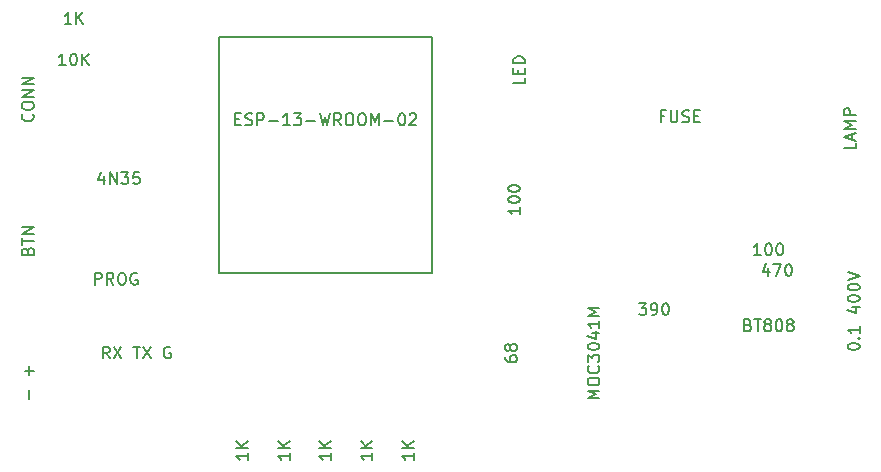
<source format=gbr>
G04 #@! TF.FileFunction,Other,Fab,Top*
%FSLAX46Y46*%
G04 Gerber Fmt 4.6, Leading zero omitted, Abs format (unit mm)*
G04 Created by KiCad (PCBNEW 4.0.0-rc1-stable) date 12/10/2015 23:54:29*
%MOMM*%
G01*
G04 APERTURE LIST*
%ADD10C,0.100000*%
%ADD11C,0.152400*%
%ADD12C,0.150000*%
G04 APERTURE END LIST*
D10*
D11*
X131500000Y-57250000D02*
X131500000Y-77250000D01*
X113500000Y-77250000D02*
X131500000Y-77250000D01*
X113500000Y-77250000D02*
X113500000Y-57250000D01*
X113500000Y-57250000D02*
X131500000Y-57250000D01*
D12*
X139352381Y-60692857D02*
X139352381Y-61169048D01*
X138352381Y-61169048D01*
X138828571Y-60359524D02*
X138828571Y-60026190D01*
X139352381Y-59883333D02*
X139352381Y-60359524D01*
X138352381Y-60359524D01*
X138352381Y-59883333D01*
X139352381Y-59454762D02*
X138352381Y-59454762D01*
X138352381Y-59216667D01*
X138400000Y-59073809D01*
X138495238Y-58978571D01*
X138590476Y-58930952D01*
X138780952Y-58883333D01*
X138923810Y-58883333D01*
X139114286Y-58930952D01*
X139209524Y-58978571D01*
X139304762Y-59073809D01*
X139352381Y-59216667D01*
X139352381Y-59454762D01*
X159333334Y-75702381D02*
X158761905Y-75702381D01*
X159047619Y-75702381D02*
X159047619Y-74702381D01*
X158952381Y-74845238D01*
X158857143Y-74940476D01*
X158761905Y-74988095D01*
X159952381Y-74702381D02*
X160047620Y-74702381D01*
X160142858Y-74750000D01*
X160190477Y-74797619D01*
X160238096Y-74892857D01*
X160285715Y-75083333D01*
X160285715Y-75321429D01*
X160238096Y-75511905D01*
X160190477Y-75607143D01*
X160142858Y-75654762D01*
X160047620Y-75702381D01*
X159952381Y-75702381D01*
X159857143Y-75654762D01*
X159809524Y-75607143D01*
X159761905Y-75511905D01*
X159714286Y-75321429D01*
X159714286Y-75083333D01*
X159761905Y-74892857D01*
X159809524Y-74797619D01*
X159857143Y-74750000D01*
X159952381Y-74702381D01*
X160904762Y-74702381D02*
X161000001Y-74702381D01*
X161095239Y-74750000D01*
X161142858Y-74797619D01*
X161190477Y-74892857D01*
X161238096Y-75083333D01*
X161238096Y-75321429D01*
X161190477Y-75511905D01*
X161142858Y-75607143D01*
X161095239Y-75654762D01*
X161000001Y-75702381D01*
X160904762Y-75702381D01*
X160809524Y-75654762D01*
X160761905Y-75607143D01*
X160714286Y-75511905D01*
X160666667Y-75321429D01*
X160666667Y-75083333D01*
X160714286Y-74892857D01*
X160761905Y-74797619D01*
X160809524Y-74750000D01*
X160904762Y-74702381D01*
X158261905Y-81618571D02*
X158404762Y-81666190D01*
X158452381Y-81713810D01*
X158500000Y-81809048D01*
X158500000Y-81951905D01*
X158452381Y-82047143D01*
X158404762Y-82094762D01*
X158309524Y-82142381D01*
X157928571Y-82142381D01*
X157928571Y-81142381D01*
X158261905Y-81142381D01*
X158357143Y-81190000D01*
X158404762Y-81237619D01*
X158452381Y-81332857D01*
X158452381Y-81428095D01*
X158404762Y-81523333D01*
X158357143Y-81570952D01*
X158261905Y-81618571D01*
X157928571Y-81618571D01*
X158785714Y-81142381D02*
X159357143Y-81142381D01*
X159071428Y-82142381D02*
X159071428Y-81142381D01*
X159833333Y-81570952D02*
X159738095Y-81523333D01*
X159690476Y-81475714D01*
X159642857Y-81380476D01*
X159642857Y-81332857D01*
X159690476Y-81237619D01*
X159738095Y-81190000D01*
X159833333Y-81142381D01*
X160023810Y-81142381D01*
X160119048Y-81190000D01*
X160166667Y-81237619D01*
X160214286Y-81332857D01*
X160214286Y-81380476D01*
X160166667Y-81475714D01*
X160119048Y-81523333D01*
X160023810Y-81570952D01*
X159833333Y-81570952D01*
X159738095Y-81618571D01*
X159690476Y-81666190D01*
X159642857Y-81761429D01*
X159642857Y-81951905D01*
X159690476Y-82047143D01*
X159738095Y-82094762D01*
X159833333Y-82142381D01*
X160023810Y-82142381D01*
X160119048Y-82094762D01*
X160166667Y-82047143D01*
X160214286Y-81951905D01*
X160214286Y-81761429D01*
X160166667Y-81666190D01*
X160119048Y-81618571D01*
X160023810Y-81570952D01*
X160833333Y-81142381D02*
X160928572Y-81142381D01*
X161023810Y-81190000D01*
X161071429Y-81237619D01*
X161119048Y-81332857D01*
X161166667Y-81523333D01*
X161166667Y-81761429D01*
X161119048Y-81951905D01*
X161071429Y-82047143D01*
X161023810Y-82094762D01*
X160928572Y-82142381D01*
X160833333Y-82142381D01*
X160738095Y-82094762D01*
X160690476Y-82047143D01*
X160642857Y-81951905D01*
X160595238Y-81761429D01*
X160595238Y-81523333D01*
X160642857Y-81332857D01*
X160690476Y-81237619D01*
X160738095Y-81190000D01*
X160833333Y-81142381D01*
X161738095Y-81570952D02*
X161642857Y-81523333D01*
X161595238Y-81475714D01*
X161547619Y-81380476D01*
X161547619Y-81332857D01*
X161595238Y-81237619D01*
X161642857Y-81190000D01*
X161738095Y-81142381D01*
X161928572Y-81142381D01*
X162023810Y-81190000D01*
X162071429Y-81237619D01*
X162119048Y-81332857D01*
X162119048Y-81380476D01*
X162071429Y-81475714D01*
X162023810Y-81523333D01*
X161928572Y-81570952D01*
X161738095Y-81570952D01*
X161642857Y-81618571D01*
X161595238Y-81666190D01*
X161547619Y-81761429D01*
X161547619Y-81951905D01*
X161595238Y-82047143D01*
X161642857Y-82094762D01*
X161738095Y-82142381D01*
X161928572Y-82142381D01*
X162023810Y-82094762D01*
X162071429Y-82047143D01*
X162119048Y-81951905D01*
X162119048Y-81761429D01*
X162071429Y-81666190D01*
X162023810Y-81618571D01*
X161928572Y-81570952D01*
X100975715Y-56142381D02*
X100404286Y-56142381D01*
X100690000Y-56142381D02*
X100690000Y-55142381D01*
X100594762Y-55285238D01*
X100499524Y-55380476D01*
X100404286Y-55428095D01*
X101404286Y-56142381D02*
X101404286Y-55142381D01*
X101975715Y-56142381D02*
X101547143Y-55570952D01*
X101975715Y-55142381D02*
X101404286Y-55713810D01*
X100499524Y-59642381D02*
X99928095Y-59642381D01*
X100213809Y-59642381D02*
X100213809Y-58642381D01*
X100118571Y-58785238D01*
X100023333Y-58880476D01*
X99928095Y-58928095D01*
X101118571Y-58642381D02*
X101213810Y-58642381D01*
X101309048Y-58690000D01*
X101356667Y-58737619D01*
X101404286Y-58832857D01*
X101451905Y-59023333D01*
X101451905Y-59261429D01*
X101404286Y-59451905D01*
X101356667Y-59547143D01*
X101309048Y-59594762D01*
X101213810Y-59642381D01*
X101118571Y-59642381D01*
X101023333Y-59594762D01*
X100975714Y-59547143D01*
X100928095Y-59451905D01*
X100880476Y-59261429D01*
X100880476Y-59023333D01*
X100928095Y-58832857D01*
X100975714Y-58737619D01*
X101023333Y-58690000D01*
X101118571Y-58642381D01*
X101880476Y-59642381D02*
X101880476Y-58642381D01*
X102451905Y-59642381D02*
X102023333Y-59070952D01*
X102451905Y-58642381D02*
X101880476Y-59213810D01*
X138952381Y-71666666D02*
X138952381Y-72238095D01*
X138952381Y-71952381D02*
X137952381Y-71952381D01*
X138095238Y-72047619D01*
X138190476Y-72142857D01*
X138238095Y-72238095D01*
X137952381Y-71047619D02*
X137952381Y-70952380D01*
X138000000Y-70857142D01*
X138047619Y-70809523D01*
X138142857Y-70761904D01*
X138333333Y-70714285D01*
X138571429Y-70714285D01*
X138761905Y-70761904D01*
X138857143Y-70809523D01*
X138904762Y-70857142D01*
X138952381Y-70952380D01*
X138952381Y-71047619D01*
X138904762Y-71142857D01*
X138857143Y-71190476D01*
X138761905Y-71238095D01*
X138571429Y-71285714D01*
X138333333Y-71285714D01*
X138142857Y-71238095D01*
X138047619Y-71190476D01*
X138000000Y-71142857D01*
X137952381Y-71047619D01*
X137952381Y-70095238D02*
X137952381Y-69999999D01*
X138000000Y-69904761D01*
X138047619Y-69857142D01*
X138142857Y-69809523D01*
X138333333Y-69761904D01*
X138571429Y-69761904D01*
X138761905Y-69809523D01*
X138857143Y-69857142D01*
X138904762Y-69904761D01*
X138952381Y-69999999D01*
X138952381Y-70095238D01*
X138904762Y-70190476D01*
X138857143Y-70238095D01*
X138761905Y-70285714D01*
X138571429Y-70333333D01*
X138333333Y-70333333D01*
X138142857Y-70285714D01*
X138047619Y-70238095D01*
X138000000Y-70190476D01*
X137952381Y-70095238D01*
X137702381Y-84285714D02*
X137702381Y-84476191D01*
X137750000Y-84571429D01*
X137797619Y-84619048D01*
X137940476Y-84714286D01*
X138130952Y-84761905D01*
X138511905Y-84761905D01*
X138607143Y-84714286D01*
X138654762Y-84666667D01*
X138702381Y-84571429D01*
X138702381Y-84380952D01*
X138654762Y-84285714D01*
X138607143Y-84238095D01*
X138511905Y-84190476D01*
X138273810Y-84190476D01*
X138178571Y-84238095D01*
X138130952Y-84285714D01*
X138083333Y-84380952D01*
X138083333Y-84571429D01*
X138130952Y-84666667D01*
X138178571Y-84714286D01*
X138273810Y-84761905D01*
X138130952Y-83619048D02*
X138083333Y-83714286D01*
X138035714Y-83761905D01*
X137940476Y-83809524D01*
X137892857Y-83809524D01*
X137797619Y-83761905D01*
X137750000Y-83714286D01*
X137702381Y-83619048D01*
X137702381Y-83428571D01*
X137750000Y-83333333D01*
X137797619Y-83285714D01*
X137892857Y-83238095D01*
X137940476Y-83238095D01*
X138035714Y-83285714D01*
X138083333Y-83333333D01*
X138130952Y-83428571D01*
X138130952Y-83619048D01*
X138178571Y-83714286D01*
X138226190Y-83761905D01*
X138321429Y-83809524D01*
X138511905Y-83809524D01*
X138607143Y-83761905D01*
X138654762Y-83714286D01*
X138702381Y-83619048D01*
X138702381Y-83428571D01*
X138654762Y-83333333D01*
X138607143Y-83285714D01*
X138511905Y-83238095D01*
X138321429Y-83238095D01*
X138226190Y-83285714D01*
X138178571Y-83333333D01*
X138130952Y-83428571D01*
X149024286Y-79762381D02*
X149643334Y-79762381D01*
X149310000Y-80143333D01*
X149452858Y-80143333D01*
X149548096Y-80190952D01*
X149595715Y-80238571D01*
X149643334Y-80333810D01*
X149643334Y-80571905D01*
X149595715Y-80667143D01*
X149548096Y-80714762D01*
X149452858Y-80762381D01*
X149167143Y-80762381D01*
X149071905Y-80714762D01*
X149024286Y-80667143D01*
X150119524Y-80762381D02*
X150310000Y-80762381D01*
X150405239Y-80714762D01*
X150452858Y-80667143D01*
X150548096Y-80524286D01*
X150595715Y-80333810D01*
X150595715Y-79952857D01*
X150548096Y-79857619D01*
X150500477Y-79810000D01*
X150405239Y-79762381D01*
X150214762Y-79762381D01*
X150119524Y-79810000D01*
X150071905Y-79857619D01*
X150024286Y-79952857D01*
X150024286Y-80190952D01*
X150071905Y-80286190D01*
X150119524Y-80333810D01*
X150214762Y-80381429D01*
X150405239Y-80381429D01*
X150500477Y-80333810D01*
X150548096Y-80286190D01*
X150595715Y-80190952D01*
X151214762Y-79762381D02*
X151310001Y-79762381D01*
X151405239Y-79810000D01*
X151452858Y-79857619D01*
X151500477Y-79952857D01*
X151548096Y-80143333D01*
X151548096Y-80381429D01*
X151500477Y-80571905D01*
X151452858Y-80667143D01*
X151405239Y-80714762D01*
X151310001Y-80762381D01*
X151214762Y-80762381D01*
X151119524Y-80714762D01*
X151071905Y-80667143D01*
X151024286Y-80571905D01*
X150976667Y-80381429D01*
X150976667Y-80143333D01*
X151024286Y-79952857D01*
X151071905Y-79857619D01*
X151119524Y-79810000D01*
X151214762Y-79762381D01*
X159988096Y-76785714D02*
X159988096Y-77452381D01*
X159750000Y-76404762D02*
X159511905Y-77119048D01*
X160130953Y-77119048D01*
X160416667Y-76452381D02*
X161083334Y-76452381D01*
X160654762Y-77452381D01*
X161654762Y-76452381D02*
X161750001Y-76452381D01*
X161845239Y-76500000D01*
X161892858Y-76547619D01*
X161940477Y-76642857D01*
X161988096Y-76833333D01*
X161988096Y-77071429D01*
X161940477Y-77261905D01*
X161892858Y-77357143D01*
X161845239Y-77404762D01*
X161750001Y-77452381D01*
X161654762Y-77452381D01*
X161559524Y-77404762D01*
X161511905Y-77357143D01*
X161464286Y-77261905D01*
X161416667Y-77071429D01*
X161416667Y-76833333D01*
X161464286Y-76642857D01*
X161511905Y-76547619D01*
X161559524Y-76500000D01*
X161654762Y-76452381D01*
X103714286Y-69015714D02*
X103714286Y-69682381D01*
X103476190Y-68634762D02*
X103238095Y-69349048D01*
X103857143Y-69349048D01*
X104238095Y-69682381D02*
X104238095Y-68682381D01*
X104809524Y-69682381D01*
X104809524Y-68682381D01*
X105190476Y-68682381D02*
X105809524Y-68682381D01*
X105476190Y-69063333D01*
X105619048Y-69063333D01*
X105714286Y-69110952D01*
X105761905Y-69158571D01*
X105809524Y-69253810D01*
X105809524Y-69491905D01*
X105761905Y-69587143D01*
X105714286Y-69634762D01*
X105619048Y-69682381D01*
X105333333Y-69682381D01*
X105238095Y-69634762D01*
X105190476Y-69587143D01*
X106714286Y-68682381D02*
X106238095Y-68682381D01*
X106190476Y-69158571D01*
X106238095Y-69110952D01*
X106333333Y-69063333D01*
X106571429Y-69063333D01*
X106666667Y-69110952D01*
X106714286Y-69158571D01*
X106761905Y-69253810D01*
X106761905Y-69491905D01*
X106714286Y-69587143D01*
X106666667Y-69634762D01*
X106571429Y-69682381D01*
X106333333Y-69682381D01*
X106238095Y-69634762D01*
X106190476Y-69587143D01*
X145682381Y-87833333D02*
X144682381Y-87833333D01*
X145396667Y-87499999D01*
X144682381Y-87166666D01*
X145682381Y-87166666D01*
X144682381Y-86500000D02*
X144682381Y-86309523D01*
X144730000Y-86214285D01*
X144825238Y-86119047D01*
X145015714Y-86071428D01*
X145349048Y-86071428D01*
X145539524Y-86119047D01*
X145634762Y-86214285D01*
X145682381Y-86309523D01*
X145682381Y-86500000D01*
X145634762Y-86595238D01*
X145539524Y-86690476D01*
X145349048Y-86738095D01*
X145015714Y-86738095D01*
X144825238Y-86690476D01*
X144730000Y-86595238D01*
X144682381Y-86500000D01*
X145587143Y-85071428D02*
X145634762Y-85119047D01*
X145682381Y-85261904D01*
X145682381Y-85357142D01*
X145634762Y-85500000D01*
X145539524Y-85595238D01*
X145444286Y-85642857D01*
X145253810Y-85690476D01*
X145110952Y-85690476D01*
X144920476Y-85642857D01*
X144825238Y-85595238D01*
X144730000Y-85500000D01*
X144682381Y-85357142D01*
X144682381Y-85261904D01*
X144730000Y-85119047D01*
X144777619Y-85071428D01*
X144682381Y-84738095D02*
X144682381Y-84119047D01*
X145063333Y-84452381D01*
X145063333Y-84309523D01*
X145110952Y-84214285D01*
X145158571Y-84166666D01*
X145253810Y-84119047D01*
X145491905Y-84119047D01*
X145587143Y-84166666D01*
X145634762Y-84214285D01*
X145682381Y-84309523D01*
X145682381Y-84595238D01*
X145634762Y-84690476D01*
X145587143Y-84738095D01*
X144682381Y-83500000D02*
X144682381Y-83404761D01*
X144730000Y-83309523D01*
X144777619Y-83261904D01*
X144872857Y-83214285D01*
X145063333Y-83166666D01*
X145301429Y-83166666D01*
X145491905Y-83214285D01*
X145587143Y-83261904D01*
X145634762Y-83309523D01*
X145682381Y-83404761D01*
X145682381Y-83500000D01*
X145634762Y-83595238D01*
X145587143Y-83642857D01*
X145491905Y-83690476D01*
X145301429Y-83738095D01*
X145063333Y-83738095D01*
X144872857Y-83690476D01*
X144777619Y-83642857D01*
X144730000Y-83595238D01*
X144682381Y-83500000D01*
X145015714Y-82309523D02*
X145682381Y-82309523D01*
X144634762Y-82547619D02*
X145349048Y-82785714D01*
X145349048Y-82166666D01*
X145682381Y-81261904D02*
X145682381Y-81833333D01*
X145682381Y-81547619D02*
X144682381Y-81547619D01*
X144825238Y-81642857D01*
X144920476Y-81738095D01*
X144968095Y-81833333D01*
X145682381Y-80833333D02*
X144682381Y-80833333D01*
X145396667Y-80499999D01*
X144682381Y-80166666D01*
X145682381Y-80166666D01*
X166702381Y-83500000D02*
X166702381Y-83404761D01*
X166750000Y-83309523D01*
X166797619Y-83261904D01*
X166892857Y-83214285D01*
X167083333Y-83166666D01*
X167321429Y-83166666D01*
X167511905Y-83214285D01*
X167607143Y-83261904D01*
X167654762Y-83309523D01*
X167702381Y-83404761D01*
X167702381Y-83500000D01*
X167654762Y-83595238D01*
X167607143Y-83642857D01*
X167511905Y-83690476D01*
X167321429Y-83738095D01*
X167083333Y-83738095D01*
X166892857Y-83690476D01*
X166797619Y-83642857D01*
X166750000Y-83595238D01*
X166702381Y-83500000D01*
X167607143Y-82738095D02*
X167654762Y-82690476D01*
X167702381Y-82738095D01*
X167654762Y-82785714D01*
X167607143Y-82738095D01*
X167702381Y-82738095D01*
X167702381Y-81738095D02*
X167702381Y-82309524D01*
X167702381Y-82023810D02*
X166702381Y-82023810D01*
X166845238Y-82119048D01*
X166940476Y-82214286D01*
X166988095Y-82309524D01*
X167035714Y-80119047D02*
X167702381Y-80119047D01*
X166654762Y-80357143D02*
X167369048Y-80595238D01*
X167369048Y-79976190D01*
X166702381Y-79404762D02*
X166702381Y-79309523D01*
X166750000Y-79214285D01*
X166797619Y-79166666D01*
X166892857Y-79119047D01*
X167083333Y-79071428D01*
X167321429Y-79071428D01*
X167511905Y-79119047D01*
X167607143Y-79166666D01*
X167654762Y-79214285D01*
X167702381Y-79309523D01*
X167702381Y-79404762D01*
X167654762Y-79500000D01*
X167607143Y-79547619D01*
X167511905Y-79595238D01*
X167321429Y-79642857D01*
X167083333Y-79642857D01*
X166892857Y-79595238D01*
X166797619Y-79547619D01*
X166750000Y-79500000D01*
X166702381Y-79404762D01*
X166702381Y-78452381D02*
X166702381Y-78357142D01*
X166750000Y-78261904D01*
X166797619Y-78214285D01*
X166892857Y-78166666D01*
X167083333Y-78119047D01*
X167321429Y-78119047D01*
X167511905Y-78166666D01*
X167607143Y-78214285D01*
X167654762Y-78261904D01*
X167702381Y-78357142D01*
X167702381Y-78452381D01*
X167654762Y-78547619D01*
X167607143Y-78595238D01*
X167511905Y-78642857D01*
X167321429Y-78690476D01*
X167083333Y-78690476D01*
X166892857Y-78642857D01*
X166797619Y-78595238D01*
X166750000Y-78547619D01*
X166702381Y-78452381D01*
X166702381Y-77833333D02*
X167702381Y-77500000D01*
X166702381Y-77166666D01*
X151190477Y-63928571D02*
X150857143Y-63928571D01*
X150857143Y-64452381D02*
X150857143Y-63452381D01*
X151333334Y-63452381D01*
X151714286Y-63452381D02*
X151714286Y-64261905D01*
X151761905Y-64357143D01*
X151809524Y-64404762D01*
X151904762Y-64452381D01*
X152095239Y-64452381D01*
X152190477Y-64404762D01*
X152238096Y-64357143D01*
X152285715Y-64261905D01*
X152285715Y-63452381D01*
X152714286Y-64404762D02*
X152857143Y-64452381D01*
X153095239Y-64452381D01*
X153190477Y-64404762D01*
X153238096Y-64357143D01*
X153285715Y-64261905D01*
X153285715Y-64166667D01*
X153238096Y-64071429D01*
X153190477Y-64023810D01*
X153095239Y-63976190D01*
X152904762Y-63928571D01*
X152809524Y-63880952D01*
X152761905Y-63833333D01*
X152714286Y-63738095D01*
X152714286Y-63642857D01*
X152761905Y-63547619D01*
X152809524Y-63500000D01*
X152904762Y-63452381D01*
X153142858Y-63452381D01*
X153285715Y-63500000D01*
X153714286Y-63928571D02*
X154047620Y-63928571D01*
X154190477Y-64452381D02*
X153714286Y-64452381D01*
X153714286Y-63452381D01*
X154190477Y-63452381D01*
X97258571Y-75333333D02*
X97306190Y-75190476D01*
X97353810Y-75142857D01*
X97449048Y-75095238D01*
X97591905Y-75095238D01*
X97687143Y-75142857D01*
X97734762Y-75190476D01*
X97782381Y-75285714D01*
X97782381Y-75666667D01*
X96782381Y-75666667D01*
X96782381Y-75333333D01*
X96830000Y-75238095D01*
X96877619Y-75190476D01*
X96972857Y-75142857D01*
X97068095Y-75142857D01*
X97163333Y-75190476D01*
X97210952Y-75238095D01*
X97258571Y-75333333D01*
X97258571Y-75666667D01*
X96782381Y-74809524D02*
X96782381Y-74238095D01*
X97782381Y-74523810D02*
X96782381Y-74523810D01*
X97782381Y-73904762D02*
X96782381Y-73904762D01*
X97782381Y-73333333D01*
X96782381Y-73333333D01*
X97401429Y-87880952D02*
X97401429Y-87119047D01*
X97401429Y-85880952D02*
X97401429Y-85119047D01*
X97782381Y-85499999D02*
X97020476Y-85499999D01*
X167372381Y-66190476D02*
X167372381Y-66666667D01*
X166372381Y-66666667D01*
X167086667Y-65904762D02*
X167086667Y-65428571D01*
X167372381Y-66000000D02*
X166372381Y-65666667D01*
X167372381Y-65333333D01*
X167372381Y-65000000D02*
X166372381Y-65000000D01*
X167086667Y-64666666D01*
X166372381Y-64333333D01*
X167372381Y-64333333D01*
X167372381Y-63857143D02*
X166372381Y-63857143D01*
X166372381Y-63476190D01*
X166420000Y-63380952D01*
X166467619Y-63333333D01*
X166562857Y-63285714D01*
X166705714Y-63285714D01*
X166800952Y-63333333D01*
X166848571Y-63380952D01*
X166896190Y-63476190D01*
X166896190Y-63857143D01*
X122952381Y-92464285D02*
X122952381Y-93035714D01*
X122952381Y-92750000D02*
X121952381Y-92750000D01*
X122095238Y-92845238D01*
X122190476Y-92940476D01*
X122238095Y-93035714D01*
X122952381Y-92035714D02*
X121952381Y-92035714D01*
X122952381Y-91464285D02*
X122380952Y-91892857D01*
X121952381Y-91464285D02*
X122523810Y-92035714D01*
X119452381Y-92464285D02*
X119452381Y-93035714D01*
X119452381Y-92750000D02*
X118452381Y-92750000D01*
X118595238Y-92845238D01*
X118690476Y-92940476D01*
X118738095Y-93035714D01*
X119452381Y-92035714D02*
X118452381Y-92035714D01*
X119452381Y-91464285D02*
X118880952Y-91892857D01*
X118452381Y-91464285D02*
X119023810Y-92035714D01*
X129952381Y-92464285D02*
X129952381Y-93035714D01*
X129952381Y-92750000D02*
X128952381Y-92750000D01*
X129095238Y-92845238D01*
X129190476Y-92940476D01*
X129238095Y-93035714D01*
X129952381Y-92035714D02*
X128952381Y-92035714D01*
X129952381Y-91464285D02*
X129380952Y-91892857D01*
X128952381Y-91464285D02*
X129523810Y-92035714D01*
X115952381Y-92464285D02*
X115952381Y-93035714D01*
X115952381Y-92750000D02*
X114952381Y-92750000D01*
X115095238Y-92845238D01*
X115190476Y-92940476D01*
X115238095Y-93035714D01*
X115952381Y-92035714D02*
X114952381Y-92035714D01*
X115952381Y-91464285D02*
X115380952Y-91892857D01*
X114952381Y-91464285D02*
X115523810Y-92035714D01*
X126452381Y-92464285D02*
X126452381Y-93035714D01*
X126452381Y-92750000D02*
X125452381Y-92750000D01*
X125595238Y-92845238D01*
X125690476Y-92940476D01*
X125738095Y-93035714D01*
X126452381Y-92035714D02*
X125452381Y-92035714D01*
X126452381Y-91464285D02*
X125880952Y-91892857D01*
X125452381Y-91464285D02*
X126023810Y-92035714D01*
X102964286Y-78202381D02*
X102964286Y-77202381D01*
X103345239Y-77202381D01*
X103440477Y-77250000D01*
X103488096Y-77297619D01*
X103535715Y-77392857D01*
X103535715Y-77535714D01*
X103488096Y-77630952D01*
X103440477Y-77678571D01*
X103345239Y-77726190D01*
X102964286Y-77726190D01*
X104535715Y-78202381D02*
X104202381Y-77726190D01*
X103964286Y-78202381D02*
X103964286Y-77202381D01*
X104345239Y-77202381D01*
X104440477Y-77250000D01*
X104488096Y-77297619D01*
X104535715Y-77392857D01*
X104535715Y-77535714D01*
X104488096Y-77630952D01*
X104440477Y-77678571D01*
X104345239Y-77726190D01*
X103964286Y-77726190D01*
X105154762Y-77202381D02*
X105345239Y-77202381D01*
X105440477Y-77250000D01*
X105535715Y-77345238D01*
X105583334Y-77535714D01*
X105583334Y-77869048D01*
X105535715Y-78059524D01*
X105440477Y-78154762D01*
X105345239Y-78202381D01*
X105154762Y-78202381D01*
X105059524Y-78154762D01*
X104964286Y-78059524D01*
X104916667Y-77869048D01*
X104916667Y-77535714D01*
X104964286Y-77345238D01*
X105059524Y-77250000D01*
X105154762Y-77202381D01*
X106535715Y-77250000D02*
X106440477Y-77202381D01*
X106297620Y-77202381D01*
X106154762Y-77250000D01*
X106059524Y-77345238D01*
X106011905Y-77440476D01*
X105964286Y-77630952D01*
X105964286Y-77773810D01*
X106011905Y-77964286D01*
X106059524Y-78059524D01*
X106154762Y-78154762D01*
X106297620Y-78202381D01*
X106392858Y-78202381D01*
X106535715Y-78154762D01*
X106583334Y-78107143D01*
X106583334Y-77773810D01*
X106392858Y-77773810D01*
X97687143Y-63761904D02*
X97734762Y-63809523D01*
X97782381Y-63952380D01*
X97782381Y-64047618D01*
X97734762Y-64190476D01*
X97639524Y-64285714D01*
X97544286Y-64333333D01*
X97353810Y-64380952D01*
X97210952Y-64380952D01*
X97020476Y-64333333D01*
X96925238Y-64285714D01*
X96830000Y-64190476D01*
X96782381Y-64047618D01*
X96782381Y-63952380D01*
X96830000Y-63809523D01*
X96877619Y-63761904D01*
X96782381Y-63142857D02*
X96782381Y-62952380D01*
X96830000Y-62857142D01*
X96925238Y-62761904D01*
X97115714Y-62714285D01*
X97449048Y-62714285D01*
X97639524Y-62761904D01*
X97734762Y-62857142D01*
X97782381Y-62952380D01*
X97782381Y-63142857D01*
X97734762Y-63238095D01*
X97639524Y-63333333D01*
X97449048Y-63380952D01*
X97115714Y-63380952D01*
X96925238Y-63333333D01*
X96830000Y-63238095D01*
X96782381Y-63142857D01*
X97782381Y-62285714D02*
X96782381Y-62285714D01*
X97782381Y-61714285D01*
X96782381Y-61714285D01*
X97782381Y-61238095D02*
X96782381Y-61238095D01*
X97782381Y-60666666D01*
X96782381Y-60666666D01*
X114857143Y-64178571D02*
X115190477Y-64178571D01*
X115333334Y-64702381D02*
X114857143Y-64702381D01*
X114857143Y-63702381D01*
X115333334Y-63702381D01*
X115714286Y-64654762D02*
X115857143Y-64702381D01*
X116095239Y-64702381D01*
X116190477Y-64654762D01*
X116238096Y-64607143D01*
X116285715Y-64511905D01*
X116285715Y-64416667D01*
X116238096Y-64321429D01*
X116190477Y-64273810D01*
X116095239Y-64226190D01*
X115904762Y-64178571D01*
X115809524Y-64130952D01*
X115761905Y-64083333D01*
X115714286Y-63988095D01*
X115714286Y-63892857D01*
X115761905Y-63797619D01*
X115809524Y-63750000D01*
X115904762Y-63702381D01*
X116142858Y-63702381D01*
X116285715Y-63750000D01*
X116714286Y-64702381D02*
X116714286Y-63702381D01*
X117095239Y-63702381D01*
X117190477Y-63750000D01*
X117238096Y-63797619D01*
X117285715Y-63892857D01*
X117285715Y-64035714D01*
X117238096Y-64130952D01*
X117190477Y-64178571D01*
X117095239Y-64226190D01*
X116714286Y-64226190D01*
X117714286Y-64321429D02*
X118476191Y-64321429D01*
X119476191Y-64702381D02*
X118904762Y-64702381D01*
X119190476Y-64702381D02*
X119190476Y-63702381D01*
X119095238Y-63845238D01*
X119000000Y-63940476D01*
X118904762Y-63988095D01*
X119809524Y-63702381D02*
X120428572Y-63702381D01*
X120095238Y-64083333D01*
X120238096Y-64083333D01*
X120333334Y-64130952D01*
X120380953Y-64178571D01*
X120428572Y-64273810D01*
X120428572Y-64511905D01*
X120380953Y-64607143D01*
X120333334Y-64654762D01*
X120238096Y-64702381D01*
X119952381Y-64702381D01*
X119857143Y-64654762D01*
X119809524Y-64607143D01*
X120857143Y-64321429D02*
X121619048Y-64321429D01*
X122000000Y-63702381D02*
X122238095Y-64702381D01*
X122428572Y-63988095D01*
X122619048Y-64702381D01*
X122857143Y-63702381D01*
X123809524Y-64702381D02*
X123476190Y-64226190D01*
X123238095Y-64702381D02*
X123238095Y-63702381D01*
X123619048Y-63702381D01*
X123714286Y-63750000D01*
X123761905Y-63797619D01*
X123809524Y-63892857D01*
X123809524Y-64035714D01*
X123761905Y-64130952D01*
X123714286Y-64178571D01*
X123619048Y-64226190D01*
X123238095Y-64226190D01*
X124428571Y-63702381D02*
X124619048Y-63702381D01*
X124714286Y-63750000D01*
X124809524Y-63845238D01*
X124857143Y-64035714D01*
X124857143Y-64369048D01*
X124809524Y-64559524D01*
X124714286Y-64654762D01*
X124619048Y-64702381D01*
X124428571Y-64702381D01*
X124333333Y-64654762D01*
X124238095Y-64559524D01*
X124190476Y-64369048D01*
X124190476Y-64035714D01*
X124238095Y-63845238D01*
X124333333Y-63750000D01*
X124428571Y-63702381D01*
X125476190Y-63702381D02*
X125666667Y-63702381D01*
X125761905Y-63750000D01*
X125857143Y-63845238D01*
X125904762Y-64035714D01*
X125904762Y-64369048D01*
X125857143Y-64559524D01*
X125761905Y-64654762D01*
X125666667Y-64702381D01*
X125476190Y-64702381D01*
X125380952Y-64654762D01*
X125285714Y-64559524D01*
X125238095Y-64369048D01*
X125238095Y-64035714D01*
X125285714Y-63845238D01*
X125380952Y-63750000D01*
X125476190Y-63702381D01*
X126333333Y-64702381D02*
X126333333Y-63702381D01*
X126666667Y-64416667D01*
X127000000Y-63702381D01*
X127000000Y-64702381D01*
X127476190Y-64321429D02*
X128238095Y-64321429D01*
X128904761Y-63702381D02*
X129000000Y-63702381D01*
X129095238Y-63750000D01*
X129142857Y-63797619D01*
X129190476Y-63892857D01*
X129238095Y-64083333D01*
X129238095Y-64321429D01*
X129190476Y-64511905D01*
X129142857Y-64607143D01*
X129095238Y-64654762D01*
X129000000Y-64702381D01*
X128904761Y-64702381D01*
X128809523Y-64654762D01*
X128761904Y-64607143D01*
X128714285Y-64511905D01*
X128666666Y-64321429D01*
X128666666Y-64083333D01*
X128714285Y-63892857D01*
X128761904Y-63797619D01*
X128809523Y-63750000D01*
X128904761Y-63702381D01*
X129619047Y-63797619D02*
X129666666Y-63750000D01*
X129761904Y-63702381D01*
X130000000Y-63702381D01*
X130095238Y-63750000D01*
X130142857Y-63797619D01*
X130190476Y-63892857D01*
X130190476Y-63988095D01*
X130142857Y-64130952D01*
X129571428Y-64702381D01*
X130190476Y-64702381D01*
X104214286Y-84452381D02*
X103880952Y-83976190D01*
X103642857Y-84452381D02*
X103642857Y-83452381D01*
X104023810Y-83452381D01*
X104119048Y-83500000D01*
X104166667Y-83547619D01*
X104214286Y-83642857D01*
X104214286Y-83785714D01*
X104166667Y-83880952D01*
X104119048Y-83928571D01*
X104023810Y-83976190D01*
X103642857Y-83976190D01*
X104547619Y-83452381D02*
X105214286Y-84452381D01*
X105214286Y-83452381D02*
X104547619Y-84452381D01*
X106214286Y-83452381D02*
X106785715Y-83452381D01*
X106500000Y-84452381D02*
X106500000Y-83452381D01*
X107023810Y-83452381D02*
X107690477Y-84452381D01*
X107690477Y-83452381D02*
X107023810Y-84452381D01*
X109357144Y-83500000D02*
X109261906Y-83452381D01*
X109119049Y-83452381D01*
X108976191Y-83500000D01*
X108880953Y-83595238D01*
X108833334Y-83690476D01*
X108785715Y-83880952D01*
X108785715Y-84023810D01*
X108833334Y-84214286D01*
X108880953Y-84309524D01*
X108976191Y-84404762D01*
X109119049Y-84452381D01*
X109214287Y-84452381D01*
X109357144Y-84404762D01*
X109404763Y-84357143D01*
X109404763Y-84023810D01*
X109214287Y-84023810D01*
M02*

</source>
